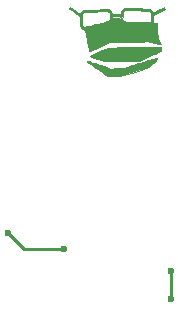
<source format=gbr>
%TF.GenerationSoftware,KiCad,Pcbnew,(5.99.0-9526-g5c17ff0595)*%
%TF.CreationDate,2021-06-06T14:51:33-05:00*%
%TF.ProjectId,BernieMittensNoChair,4265726e-6965-44d6-9974-74656e734e6f,rev?*%
%TF.SameCoordinates,Original*%
%TF.FileFunction,Copper,L1,Top*%
%TF.FilePolarity,Positive*%
%FSLAX46Y46*%
G04 Gerber Fmt 4.6, Leading zero omitted, Abs format (unit mm)*
G04 Created by KiCad (PCBNEW (5.99.0-9526-g5c17ff0595)) date 2021-06-06 14:51:33*
%MOMM*%
%LPD*%
G01*
G04 APERTURE LIST*
%TA.AperFunction,EtchedComponent*%
%ADD10C,0.010000*%
%TD*%
%TA.AperFunction,ViaPad*%
%ADD11C,0.600000*%
%TD*%
%TA.AperFunction,Conductor*%
%ADD12C,0.250000*%
%TD*%
G04 APERTURE END LIST*
D10*
%TO.C,G\u002A\u002A\u002A*%
X148496102Y-74687594D02*
X148547039Y-74720909D01*
X148547039Y-74720909D02*
X148621843Y-74772091D01*
X148621843Y-74772091D02*
X148715356Y-74837588D01*
X148715356Y-74837588D02*
X148822420Y-74913849D01*
X148822420Y-74913849D02*
X148875693Y-74952210D01*
X148875693Y-74952210D02*
X148988028Y-75032978D01*
X148988028Y-75032978D02*
X149089805Y-75105394D01*
X149089805Y-75105394D02*
X149175706Y-75165737D01*
X149175706Y-75165737D02*
X149240414Y-75210285D01*
X149240414Y-75210285D02*
X149278612Y-75235316D01*
X149278612Y-75235316D02*
X149285742Y-75239223D01*
X149285742Y-75239223D02*
X149311220Y-75229789D01*
X149311220Y-75229789D02*
X149326607Y-75195950D01*
X149326607Y-75195950D02*
X149362372Y-75125840D01*
X149362372Y-75125840D02*
X149428486Y-75056549D01*
X149428486Y-75056549D02*
X149513876Y-74997633D01*
X149513876Y-74997633D02*
X149598629Y-74961202D01*
X149598629Y-74961202D02*
X149673302Y-74945493D01*
X149673302Y-74945493D02*
X149787734Y-74931159D01*
X149787734Y-74931159D02*
X149939371Y-74918330D01*
X149939371Y-74918330D02*
X150125658Y-74907139D01*
X150125658Y-74907139D02*
X150344039Y-74897717D01*
X150344039Y-74897717D02*
X150591959Y-74890196D01*
X150591959Y-74890196D02*
X150866863Y-74884708D01*
X150866863Y-74884708D02*
X151143021Y-74881555D01*
X151143021Y-74881555D02*
X151765508Y-74876784D01*
X151765508Y-74876784D02*
X151851690Y-74933595D01*
X151851690Y-74933595D02*
X151918949Y-74993795D01*
X151918949Y-74993795D02*
X151976720Y-75073508D01*
X151976720Y-75073508D02*
X152015864Y-75157779D01*
X152015864Y-75157779D02*
X152027667Y-75221604D01*
X152027667Y-75221604D02*
X152032608Y-75251664D01*
X152032608Y-75251664D02*
X152055600Y-75259039D01*
X152055600Y-75259039D02*
X152096459Y-75251963D01*
X152096459Y-75251963D02*
X152142522Y-75246359D01*
X152142522Y-75246359D02*
X152220950Y-75241672D01*
X152220950Y-75241672D02*
X152321777Y-75238315D01*
X152321777Y-75238315D02*
X152435036Y-75236700D01*
X152435036Y-75236700D02*
X152466879Y-75236617D01*
X152466879Y-75236617D02*
X152768508Y-75236617D01*
X152768508Y-75236617D02*
X152768622Y-75183700D01*
X152768622Y-75183700D02*
X152787884Y-75062246D01*
X152787884Y-75062246D02*
X152840756Y-74951315D01*
X152840756Y-74951315D02*
X152920670Y-74859822D01*
X152920670Y-74859822D02*
X153021057Y-74796682D01*
X153021057Y-74796682D02*
X153065000Y-74781489D01*
X153065000Y-74781489D02*
X153110793Y-74775664D01*
X153110793Y-74775664D02*
X153193307Y-74771865D01*
X153193307Y-74771865D02*
X153306982Y-74769943D01*
X153306982Y-74769943D02*
X153446263Y-74769748D01*
X153446263Y-74769748D02*
X153605592Y-74771131D01*
X153605592Y-74771131D02*
X153779411Y-74773941D01*
X153779411Y-74773941D02*
X153962164Y-74778030D01*
X153962164Y-74778030D02*
X154148291Y-74783248D01*
X154148291Y-74783248D02*
X154332237Y-74789444D01*
X154332237Y-74789444D02*
X154508444Y-74796470D01*
X154508444Y-74796470D02*
X154671354Y-74804176D01*
X154671354Y-74804176D02*
X154815410Y-74812412D01*
X154815410Y-74812412D02*
X154935055Y-74821029D01*
X154935055Y-74821029D02*
X155024730Y-74829877D01*
X155024730Y-74829877D02*
X155061924Y-74835249D01*
X155061924Y-74835249D02*
X155211784Y-74871855D01*
X155211784Y-74871855D02*
X155325662Y-74923459D01*
X155325662Y-74923459D02*
X155408066Y-74992708D01*
X155408066Y-74992708D02*
X155456522Y-75066984D01*
X155456522Y-75066984D02*
X155485196Y-75121693D01*
X155485196Y-75121693D02*
X155507527Y-75156267D01*
X155507527Y-75156267D02*
X155514851Y-75162534D01*
X155514851Y-75162534D02*
X155536091Y-75152813D01*
X155536091Y-75152813D02*
X155589051Y-75125555D01*
X155589051Y-75125555D02*
X155668352Y-75083618D01*
X155668352Y-75083618D02*
X155768618Y-75029858D01*
X155768618Y-75029858D02*
X155884468Y-74967132D01*
X155884468Y-74967132D02*
X155953147Y-74929700D01*
X155953147Y-74929700D02*
X156075920Y-74863127D01*
X156075920Y-74863127D02*
X156186734Y-74803976D01*
X156186734Y-74803976D02*
X156280065Y-74755121D01*
X156280065Y-74755121D02*
X156350385Y-74719435D01*
X156350385Y-74719435D02*
X156392169Y-74699792D01*
X156392169Y-74699792D02*
X156400932Y-74696867D01*
X156400932Y-74696867D02*
X156423408Y-74714136D01*
X156423408Y-74714136D02*
X156450792Y-74756610D01*
X156450792Y-74756610D02*
X156455334Y-74765736D01*
X156455334Y-74765736D02*
X156488176Y-74834605D01*
X156488176Y-74834605D02*
X156006584Y-75098338D01*
X156006584Y-75098338D02*
X155524993Y-75362071D01*
X155524993Y-75362071D02*
X155512181Y-75468677D01*
X155512181Y-75468677D02*
X155506410Y-75538617D01*
X155506410Y-75538617D02*
X155501944Y-75634362D01*
X155501944Y-75634362D02*
X155499466Y-75739390D01*
X155499466Y-75739390D02*
X155499184Y-75781659D01*
X155499184Y-75781659D02*
X155499000Y-75988034D01*
X155499000Y-75988034D02*
X155792740Y-75988034D01*
X155792740Y-75988034D02*
X155803959Y-76077992D01*
X155803959Y-76077992D02*
X155808127Y-76122838D01*
X155808127Y-76122838D02*
X155814154Y-76203384D01*
X155814154Y-76203384D02*
X155821609Y-76313056D01*
X155821609Y-76313056D02*
X155830058Y-76445282D01*
X155830058Y-76445282D02*
X155839069Y-76593490D01*
X155839069Y-76593490D02*
X155848063Y-76748481D01*
X155848063Y-76748481D02*
X155880946Y-77329012D01*
X155880946Y-77329012D02*
X156027595Y-77584564D01*
X156027595Y-77584564D02*
X156087787Y-77693028D01*
X156087787Y-77693028D02*
X156128736Y-77774714D01*
X156128736Y-77774714D02*
X156149112Y-77826730D01*
X156149112Y-77826730D02*
X156147815Y-77846137D01*
X156147815Y-77846137D02*
X156120994Y-77843223D01*
X156120994Y-77843223D02*
X156058432Y-77831998D01*
X156058432Y-77831998D02*
X155965655Y-77813590D01*
X155965655Y-77813590D02*
X155848188Y-77789130D01*
X155848188Y-77789130D02*
X155711558Y-77759749D01*
X155711558Y-77759749D02*
X155561291Y-77726576D01*
X155561291Y-77726576D02*
X155540318Y-77721882D01*
X155540318Y-77721882D02*
X154959250Y-77591606D01*
X154959250Y-77591606D02*
X154578250Y-77595623D01*
X154578250Y-77595623D02*
X154484062Y-77596878D01*
X154484062Y-77596878D02*
X154353015Y-77599011D01*
X154353015Y-77599011D02*
X154190570Y-77601917D01*
X154190570Y-77601917D02*
X154002191Y-77605488D01*
X154002191Y-77605488D02*
X153793340Y-77609617D01*
X153793340Y-77609617D02*
X153569480Y-77614197D01*
X153569480Y-77614197D02*
X153336072Y-77619122D01*
X153336072Y-77619122D02*
X153098579Y-77624283D01*
X153098579Y-77624283D02*
X152979432Y-77626932D01*
X152979432Y-77626932D02*
X151761613Y-77654225D01*
X151761613Y-77654225D02*
X150941055Y-78038213D01*
X150941055Y-78038213D02*
X150767212Y-78119399D01*
X150767212Y-78119399D02*
X150605208Y-78194739D01*
X150605208Y-78194739D02*
X150459061Y-78262387D01*
X150459061Y-78262387D02*
X150332790Y-78320497D01*
X150332790Y-78320497D02*
X150230412Y-78367224D01*
X150230412Y-78367224D02*
X150155948Y-78400723D01*
X150155948Y-78400723D02*
X150113414Y-78419147D01*
X150113414Y-78419147D02*
X150104930Y-78422200D01*
X150104930Y-78422200D02*
X150097658Y-78402137D01*
X150097658Y-78402137D02*
X150083555Y-78344926D01*
X150083555Y-78344926D02*
X150063562Y-78255031D01*
X150063562Y-78255031D02*
X150038616Y-78136920D01*
X150038616Y-78136920D02*
X150009655Y-77995057D01*
X150009655Y-77995057D02*
X149977619Y-77833909D01*
X149977619Y-77833909D02*
X149943447Y-77657941D01*
X149943447Y-77657941D02*
X149934760Y-77612575D01*
X149934760Y-77612575D02*
X149899641Y-77428893D01*
X149899641Y-77428893D02*
X149866274Y-77254804D01*
X149866274Y-77254804D02*
X149835662Y-77095509D01*
X149835662Y-77095509D02*
X149808806Y-76956205D01*
X149808806Y-76956205D02*
X149786710Y-76842093D01*
X149786710Y-76842093D02*
X149770375Y-76758370D01*
X149770375Y-76758370D02*
X149760806Y-76710237D01*
X149760806Y-76710237D02*
X149759999Y-76706331D01*
X149759999Y-76706331D02*
X149742541Y-76643440D01*
X149742541Y-76643440D02*
X149716861Y-76607988D01*
X149716861Y-76607988D02*
X149671958Y-76585173D01*
X149671958Y-76585173D02*
X149669235Y-76584180D01*
X149669235Y-76584180D02*
X149542356Y-76518532D01*
X149542356Y-76518532D02*
X149438352Y-76424798D01*
X149438352Y-76424798D02*
X149368947Y-76317034D01*
X149368947Y-76317034D02*
X149349706Y-76271075D01*
X149349706Y-76271075D02*
X149335224Y-76223994D01*
X149335224Y-76223994D02*
X149324400Y-76167896D01*
X149324400Y-76167896D02*
X149316133Y-76094887D01*
X149316133Y-76094887D02*
X149309321Y-75997074D01*
X149309321Y-75997074D02*
X149302863Y-75866563D01*
X149302863Y-75866563D02*
X149301387Y-75832820D01*
X149301387Y-75832820D02*
X149295656Y-75712027D01*
X149295656Y-75712027D02*
X149289669Y-75606709D01*
X149289669Y-75606709D02*
X149288956Y-75596450D01*
X149288956Y-75596450D02*
X149463007Y-75596450D01*
X149463007Y-75596450D02*
X149466604Y-75785561D01*
X149466604Y-75785561D02*
X149473020Y-75937585D01*
X149473020Y-75937585D02*
X149483228Y-76057726D01*
X149483228Y-76057726D02*
X149498204Y-76151192D01*
X149498204Y-76151192D02*
X149518922Y-76223186D01*
X149518922Y-76223186D02*
X149546357Y-76278916D01*
X149546357Y-76278916D02*
X149581482Y-76323587D01*
X149581482Y-76323587D02*
X149602960Y-76344041D01*
X149602960Y-76344041D02*
X149673336Y-76405832D01*
X149673336Y-76405832D02*
X150009126Y-76312737D01*
X150009126Y-76312737D02*
X150123864Y-76281394D01*
X150123864Y-76281394D02*
X150269648Y-76242290D01*
X150269648Y-76242290D02*
X150436486Y-76198063D01*
X150436486Y-76198063D02*
X150614388Y-76151351D01*
X150614388Y-76151351D02*
X150793363Y-76104793D01*
X150793363Y-76104793D02*
X150927000Y-76070354D01*
X150927000Y-76070354D02*
X151082232Y-76029634D01*
X151082232Y-76029634D02*
X151227981Y-75989692D01*
X151227981Y-75989692D02*
X151358025Y-75952368D01*
X151358025Y-75952368D02*
X151466144Y-75919498D01*
X151466144Y-75919498D02*
X151546114Y-75892922D01*
X151546114Y-75892922D02*
X151591714Y-75874477D01*
X151591714Y-75874477D02*
X151593750Y-75873374D01*
X151593750Y-75873374D02*
X151663538Y-75833260D01*
X151663538Y-75833260D02*
X151744224Y-75785772D01*
X151744224Y-75785772D02*
X151780596Y-75763983D01*
X151780596Y-75763983D02*
X151836929Y-75729967D01*
X151836929Y-75729967D02*
X152910562Y-75729967D01*
X152910562Y-75729967D02*
X152990510Y-75800792D01*
X152990510Y-75800792D02*
X153044225Y-75846382D01*
X153044225Y-75846382D02*
X153089736Y-75881639D01*
X153089736Y-75881639D02*
X153104688Y-75891621D01*
X153104688Y-75891621D02*
X153132451Y-75896398D01*
X153132451Y-75896398D02*
X153197747Y-75901959D01*
X153197747Y-75901959D02*
X153295786Y-75908126D01*
X153295786Y-75908126D02*
X153421778Y-75914719D01*
X153421778Y-75914719D02*
X153570934Y-75921557D01*
X153570934Y-75921557D02*
X153738464Y-75928462D01*
X153738464Y-75928462D02*
X153919577Y-75935254D01*
X153919577Y-75935254D02*
X154109485Y-75941753D01*
X154109485Y-75941753D02*
X154303398Y-75947780D01*
X154303398Y-75947780D02*
X154496526Y-75953156D01*
X154496526Y-75953156D02*
X154684080Y-75957700D01*
X154684080Y-75957700D02*
X154861269Y-75961234D01*
X154861269Y-75961234D02*
X155023303Y-75963577D01*
X155023303Y-75963577D02*
X155024776Y-75963593D01*
X155024776Y-75963593D02*
X155323135Y-75966867D01*
X155323135Y-75966867D02*
X155335720Y-75628476D01*
X155335720Y-75628476D02*
X155339974Y-75454563D01*
X155339974Y-75454563D02*
X155336468Y-75317724D01*
X155336468Y-75317724D02*
X155322461Y-75212998D01*
X155322461Y-75212998D02*
X155295209Y-75135423D01*
X155295209Y-75135423D02*
X155251969Y-75080039D01*
X155251969Y-75080039D02*
X155189999Y-75041885D01*
X155189999Y-75041885D02*
X155106556Y-75015999D01*
X155106556Y-75015999D02*
X154998898Y-74997420D01*
X154998898Y-74997420D02*
X154985866Y-74995663D01*
X154985866Y-74995663D02*
X154921104Y-74989305D01*
X154921104Y-74989305D02*
X154823704Y-74982668D01*
X154823704Y-74982668D02*
X154699266Y-74975915D01*
X154699266Y-74975915D02*
X154553393Y-74969209D01*
X154553393Y-74969209D02*
X154391686Y-74962713D01*
X154391686Y-74962713D02*
X154219746Y-74956589D01*
X154219746Y-74956589D02*
X154043175Y-74950999D01*
X154043175Y-74950999D02*
X153867573Y-74946108D01*
X153867573Y-74946108D02*
X153698544Y-74942076D01*
X153698544Y-74942076D02*
X153541687Y-74939068D01*
X153541687Y-74939068D02*
X153402605Y-74937246D01*
X153402605Y-74937246D02*
X153286899Y-74936771D01*
X153286899Y-74936771D02*
X153200170Y-74937808D01*
X153200170Y-74937808D02*
X153148019Y-74940519D01*
X153148019Y-74940519D02*
X153138489Y-74942008D01*
X153138489Y-74942008D02*
X153041303Y-74981097D01*
X153041303Y-74981097D02*
X152979233Y-75042377D01*
X152979233Y-75042377D02*
X152961487Y-75079831D01*
X152961487Y-75079831D02*
X152952393Y-75123802D01*
X152952393Y-75123802D02*
X152942848Y-75200163D01*
X152942848Y-75200163D02*
X152933863Y-75298994D01*
X152933863Y-75298994D02*
X152926452Y-75410376D01*
X152926452Y-75410376D02*
X152925101Y-75436234D01*
X152925101Y-75436234D02*
X152910562Y-75729967D01*
X152910562Y-75729967D02*
X151836929Y-75729967D01*
X151836929Y-75729967D02*
X151882775Y-75702284D01*
X151882775Y-75702284D02*
X151871357Y-75464660D01*
X151871357Y-75464660D02*
X151869698Y-75441208D01*
X151869698Y-75441208D02*
X152048834Y-75441208D01*
X152048834Y-75441208D02*
X152048834Y-75625245D01*
X152048834Y-75625245D02*
X152117485Y-75605556D01*
X152117485Y-75605556D02*
X152230390Y-75589174D01*
X152230390Y-75589174D02*
X152371988Y-75594956D01*
X152371988Y-75594956D02*
X152535129Y-75622542D01*
X152535129Y-75622542D02*
X152556834Y-75627542D01*
X152556834Y-75627542D02*
X152634663Y-75645825D01*
X152634663Y-75645825D02*
X152696232Y-75659988D01*
X152696232Y-75659988D02*
X152730153Y-75667417D01*
X152730153Y-75667417D02*
X152732515Y-75667849D01*
X152732515Y-75667849D02*
X152740609Y-75650253D01*
X152740609Y-75650253D02*
X152744164Y-75601921D01*
X152744164Y-75601921D02*
X152743098Y-75549693D01*
X152743098Y-75549693D02*
X152737505Y-75480072D01*
X152737505Y-75480072D02*
X152726718Y-75441314D01*
X152726718Y-75441314D02*
X152705719Y-75421948D01*
X152705719Y-75421948D02*
X152683834Y-75414220D01*
X152683834Y-75414220D02*
X152621758Y-75404494D01*
X152621758Y-75404494D02*
X152530979Y-75399176D01*
X152530979Y-75399176D02*
X152424885Y-75398160D01*
X152424885Y-75398160D02*
X152316865Y-75401345D01*
X152316865Y-75401345D02*
X152220307Y-75408628D01*
X152220307Y-75408628D02*
X152155709Y-75418287D01*
X152155709Y-75418287D02*
X152048834Y-75441208D01*
X152048834Y-75441208D02*
X151869698Y-75441208D01*
X151869698Y-75441208D02*
X151861831Y-75330065D01*
X151861831Y-75330065D02*
X151846373Y-75230540D01*
X151846373Y-75230540D02*
X151822389Y-75158954D01*
X151822389Y-75158954D02*
X151787285Y-75108174D01*
X151787285Y-75108174D02*
X151738469Y-75071070D01*
X151738469Y-75071070D02*
X151725684Y-75064061D01*
X151725684Y-75064061D02*
X151706415Y-75055367D01*
X151706415Y-75055367D02*
X151682712Y-75048453D01*
X151682712Y-75048453D02*
X151650518Y-75043280D01*
X151650518Y-75043280D02*
X151605777Y-75039810D01*
X151605777Y-75039810D02*
X151544434Y-75038005D01*
X151544434Y-75038005D02*
X151462433Y-75037824D01*
X151462433Y-75037824D02*
X151355717Y-75039230D01*
X151355717Y-75039230D02*
X151220232Y-75042183D01*
X151220232Y-75042183D02*
X151051921Y-75046645D01*
X151051921Y-75046645D02*
X150846728Y-75052578D01*
X150846728Y-75052578D02*
X150768250Y-75054911D01*
X150768250Y-75054911D02*
X150573452Y-75061149D01*
X150573452Y-75061149D02*
X150387817Y-75067898D01*
X150387817Y-75067898D02*
X150216508Y-75074913D01*
X150216508Y-75074913D02*
X150064689Y-75081947D01*
X150064689Y-75081947D02*
X149937524Y-75088755D01*
X149937524Y-75088755D02*
X149840177Y-75095090D01*
X149840177Y-75095090D02*
X149777811Y-75100706D01*
X149777811Y-75100706D02*
X149763261Y-75102796D01*
X149763261Y-75102796D02*
X149659404Y-75126211D01*
X149659404Y-75126211D02*
X149581944Y-75156904D01*
X149581944Y-75156904D02*
X149527250Y-75200846D01*
X149527250Y-75200846D02*
X149491687Y-75264010D01*
X149491687Y-75264010D02*
X149471625Y-75352368D01*
X149471625Y-75352368D02*
X149463430Y-75471891D01*
X149463430Y-75471891D02*
X149463007Y-75596450D01*
X149463007Y-75596450D02*
X149288956Y-75596450D01*
X149288956Y-75596450D02*
X149283901Y-75523821D01*
X149283901Y-75523821D02*
X149278828Y-75470315D01*
X149278828Y-75470315D02*
X149275388Y-75453105D01*
X149275388Y-75453105D02*
X149256152Y-75439071D01*
X149256152Y-75439071D02*
X149207197Y-75403768D01*
X149207197Y-75403768D02*
X149133222Y-75350574D01*
X149133222Y-75350574D02*
X149038928Y-75282864D01*
X149038928Y-75282864D02*
X148929014Y-75204017D01*
X148929014Y-75204017D02*
X148826209Y-75130326D01*
X148826209Y-75130326D02*
X148707101Y-75044312D01*
X148707101Y-75044312D02*
X148600262Y-74965874D01*
X148600262Y-74965874D02*
X148510279Y-74898488D01*
X148510279Y-74898488D02*
X148441741Y-74845625D01*
X148441741Y-74845625D02*
X148399235Y-74810760D01*
X148399235Y-74810760D02*
X148387000Y-74797829D01*
X148387000Y-74797829D02*
X148398558Y-74765043D01*
X148398558Y-74765043D02*
X148425278Y-74722697D01*
X148425278Y-74722697D02*
X148455227Y-74687505D01*
X148455227Y-74687505D02*
X148474191Y-74675700D01*
X148474191Y-74675700D02*
X148496102Y-74687594D01*
X148496102Y-74687594D02*
X148496102Y-74687594D01*
G36*
X149278828Y-75470315D02*
G01*
X149275388Y-75453105D01*
X149256152Y-75439071D01*
X149207197Y-75403768D01*
X149133222Y-75350574D01*
X149038928Y-75282864D01*
X148929014Y-75204017D01*
X148826209Y-75130326D01*
X148707101Y-75044312D01*
X148600262Y-74965874D01*
X148510279Y-74898488D01*
X148441741Y-74845625D01*
X148399235Y-74810760D01*
X148387000Y-74797829D01*
X148398558Y-74765043D01*
X148425278Y-74722697D01*
X148455227Y-74687505D01*
X148474191Y-74675700D01*
X148496102Y-74687594D01*
X148547039Y-74720909D01*
X148621843Y-74772091D01*
X148715356Y-74837588D01*
X148822420Y-74913849D01*
X148875693Y-74952210D01*
X148988028Y-75032978D01*
X149089805Y-75105394D01*
X149175706Y-75165737D01*
X149240414Y-75210285D01*
X149278612Y-75235316D01*
X149285742Y-75239223D01*
X149311220Y-75229789D01*
X149326607Y-75195950D01*
X149362372Y-75125840D01*
X149428486Y-75056549D01*
X149513876Y-74997633D01*
X149598629Y-74961202D01*
X149673302Y-74945493D01*
X149787734Y-74931159D01*
X149939371Y-74918330D01*
X150125658Y-74907139D01*
X150344039Y-74897717D01*
X150591959Y-74890196D01*
X150866863Y-74884708D01*
X151143021Y-74881555D01*
X151765508Y-74876784D01*
X151851690Y-74933595D01*
X151918949Y-74993795D01*
X151976720Y-75073508D01*
X152015864Y-75157779D01*
X152027667Y-75221604D01*
X152032608Y-75251664D01*
X152055600Y-75259039D01*
X152096459Y-75251963D01*
X152142522Y-75246359D01*
X152220950Y-75241672D01*
X152321777Y-75238315D01*
X152435036Y-75236700D01*
X152466879Y-75236617D01*
X152768508Y-75236617D01*
X152768622Y-75183700D01*
X152787884Y-75062246D01*
X152840756Y-74951315D01*
X152920670Y-74859822D01*
X153021057Y-74796682D01*
X153065000Y-74781489D01*
X153110793Y-74775664D01*
X153193307Y-74771865D01*
X153306982Y-74769943D01*
X153446263Y-74769748D01*
X153605592Y-74771131D01*
X153779411Y-74773941D01*
X153962164Y-74778030D01*
X154148291Y-74783248D01*
X154332237Y-74789444D01*
X154508444Y-74796470D01*
X154671354Y-74804176D01*
X154815410Y-74812412D01*
X154935055Y-74821029D01*
X155024730Y-74829877D01*
X155061924Y-74835249D01*
X155211784Y-74871855D01*
X155325662Y-74923459D01*
X155408066Y-74992708D01*
X155456522Y-75066984D01*
X155485196Y-75121693D01*
X155507527Y-75156267D01*
X155514851Y-75162534D01*
X155536091Y-75152813D01*
X155589051Y-75125555D01*
X155668352Y-75083618D01*
X155768618Y-75029858D01*
X155884468Y-74967132D01*
X155953147Y-74929700D01*
X156075920Y-74863127D01*
X156186734Y-74803976D01*
X156280065Y-74755121D01*
X156350385Y-74719435D01*
X156392169Y-74699792D01*
X156400932Y-74696867D01*
X156423408Y-74714136D01*
X156450792Y-74756610D01*
X156455334Y-74765736D01*
X156488176Y-74834605D01*
X156006584Y-75098338D01*
X155524993Y-75362071D01*
X155512181Y-75468677D01*
X155506410Y-75538617D01*
X155501944Y-75634362D01*
X155499466Y-75739390D01*
X155499184Y-75781659D01*
X155499000Y-75988034D01*
X155792740Y-75988034D01*
X155803959Y-76077992D01*
X155808127Y-76122838D01*
X155814154Y-76203384D01*
X155821609Y-76313056D01*
X155830058Y-76445282D01*
X155839069Y-76593490D01*
X155848063Y-76748481D01*
X155880946Y-77329012D01*
X156027595Y-77584564D01*
X156087787Y-77693028D01*
X156128736Y-77774714D01*
X156149112Y-77826730D01*
X156147815Y-77846137D01*
X156120994Y-77843223D01*
X156058432Y-77831998D01*
X155965655Y-77813590D01*
X155848188Y-77789130D01*
X155711558Y-77759749D01*
X155561291Y-77726576D01*
X155540318Y-77721882D01*
X154959250Y-77591606D01*
X154578250Y-77595623D01*
X154484062Y-77596878D01*
X154353015Y-77599011D01*
X154190570Y-77601917D01*
X154002191Y-77605488D01*
X153793340Y-77609617D01*
X153569480Y-77614197D01*
X153336072Y-77619122D01*
X153098579Y-77624283D01*
X152979432Y-77626932D01*
X151761613Y-77654225D01*
X150941055Y-78038213D01*
X150767212Y-78119399D01*
X150605208Y-78194739D01*
X150459061Y-78262387D01*
X150332790Y-78320497D01*
X150230412Y-78367224D01*
X150155948Y-78400723D01*
X150113414Y-78419147D01*
X150104930Y-78422200D01*
X150097658Y-78402137D01*
X150083555Y-78344926D01*
X150063562Y-78255031D01*
X150038616Y-78136920D01*
X150009655Y-77995057D01*
X149977619Y-77833909D01*
X149943447Y-77657941D01*
X149934760Y-77612575D01*
X149899641Y-77428893D01*
X149866274Y-77254804D01*
X149835662Y-77095509D01*
X149808806Y-76956205D01*
X149786710Y-76842093D01*
X149770375Y-76758370D01*
X149760806Y-76710237D01*
X149759999Y-76706331D01*
X149742541Y-76643440D01*
X149716861Y-76607988D01*
X149671958Y-76585173D01*
X149669235Y-76584180D01*
X149542356Y-76518532D01*
X149438352Y-76424798D01*
X149368947Y-76317034D01*
X149349706Y-76271075D01*
X149335224Y-76223994D01*
X149324400Y-76167896D01*
X149316133Y-76094887D01*
X149309321Y-75997074D01*
X149302863Y-75866563D01*
X149301387Y-75832820D01*
X149295656Y-75712027D01*
X149289669Y-75606709D01*
X149288956Y-75596450D01*
X149463007Y-75596450D01*
X149466604Y-75785561D01*
X149473020Y-75937585D01*
X149483228Y-76057726D01*
X149498204Y-76151192D01*
X149518922Y-76223186D01*
X149546357Y-76278916D01*
X149581482Y-76323587D01*
X149602960Y-76344041D01*
X149673336Y-76405832D01*
X150009126Y-76312737D01*
X150123864Y-76281394D01*
X150269648Y-76242290D01*
X150436486Y-76198063D01*
X150614388Y-76151351D01*
X150793363Y-76104793D01*
X150927000Y-76070354D01*
X151082232Y-76029634D01*
X151227981Y-75989692D01*
X151358025Y-75952368D01*
X151466144Y-75919498D01*
X151546114Y-75892922D01*
X151591714Y-75874477D01*
X151593750Y-75873374D01*
X151663538Y-75833260D01*
X151744224Y-75785772D01*
X151780596Y-75763983D01*
X151836929Y-75729967D01*
X152910562Y-75729967D01*
X152990510Y-75800792D01*
X153044225Y-75846382D01*
X153089736Y-75881639D01*
X153104688Y-75891621D01*
X153132451Y-75896398D01*
X153197747Y-75901959D01*
X153295786Y-75908126D01*
X153421778Y-75914719D01*
X153570934Y-75921557D01*
X153738464Y-75928462D01*
X153919577Y-75935254D01*
X154109485Y-75941753D01*
X154303398Y-75947780D01*
X154496526Y-75953156D01*
X154684080Y-75957700D01*
X154861269Y-75961234D01*
X155023303Y-75963577D01*
X155024776Y-75963593D01*
X155323135Y-75966867D01*
X155335720Y-75628476D01*
X155339974Y-75454563D01*
X155336468Y-75317724D01*
X155322461Y-75212998D01*
X155295209Y-75135423D01*
X155251969Y-75080039D01*
X155189999Y-75041885D01*
X155106556Y-75015999D01*
X154998898Y-74997420D01*
X154985866Y-74995663D01*
X154921104Y-74989305D01*
X154823704Y-74982668D01*
X154699266Y-74975915D01*
X154553393Y-74969209D01*
X154391686Y-74962713D01*
X154219746Y-74956589D01*
X154043175Y-74950999D01*
X153867573Y-74946108D01*
X153698544Y-74942076D01*
X153541687Y-74939068D01*
X153402605Y-74937246D01*
X153286899Y-74936771D01*
X153200170Y-74937808D01*
X153148019Y-74940519D01*
X153138489Y-74942008D01*
X153041303Y-74981097D01*
X152979233Y-75042377D01*
X152961487Y-75079831D01*
X152952393Y-75123802D01*
X152942848Y-75200163D01*
X152933863Y-75298994D01*
X152926452Y-75410376D01*
X152925101Y-75436234D01*
X152910562Y-75729967D01*
X151836929Y-75729967D01*
X151882775Y-75702284D01*
X151871357Y-75464660D01*
X151869698Y-75441208D01*
X152048834Y-75441208D01*
X152048834Y-75625245D01*
X152117485Y-75605556D01*
X152230390Y-75589174D01*
X152371988Y-75594956D01*
X152535129Y-75622542D01*
X152556834Y-75627542D01*
X152634663Y-75645825D01*
X152696232Y-75659988D01*
X152730153Y-75667417D01*
X152732515Y-75667849D01*
X152740609Y-75650253D01*
X152744164Y-75601921D01*
X152743098Y-75549693D01*
X152737505Y-75480072D01*
X152726718Y-75441314D01*
X152705719Y-75421948D01*
X152683834Y-75414220D01*
X152621758Y-75404494D01*
X152530979Y-75399176D01*
X152424885Y-75398160D01*
X152316865Y-75401345D01*
X152220307Y-75408628D01*
X152155709Y-75418287D01*
X152048834Y-75441208D01*
X151869698Y-75441208D01*
X151861831Y-75330065D01*
X151846373Y-75230540D01*
X151822389Y-75158954D01*
X151787285Y-75108174D01*
X151738469Y-75071070D01*
X151725684Y-75064061D01*
X151706415Y-75055367D01*
X151682712Y-75048453D01*
X151650518Y-75043280D01*
X151605777Y-75039810D01*
X151544434Y-75038005D01*
X151462433Y-75037824D01*
X151355717Y-75039230D01*
X151220232Y-75042183D01*
X151051921Y-75046645D01*
X150846728Y-75052578D01*
X150768250Y-75054911D01*
X150573452Y-75061149D01*
X150387817Y-75067898D01*
X150216508Y-75074913D01*
X150064689Y-75081947D01*
X149937524Y-75088755D01*
X149840177Y-75095090D01*
X149777811Y-75100706D01*
X149763261Y-75102796D01*
X149659404Y-75126211D01*
X149581944Y-75156904D01*
X149527250Y-75200846D01*
X149491687Y-75264010D01*
X149471625Y-75352368D01*
X149463430Y-75471891D01*
X149463007Y-75596450D01*
X149288956Y-75596450D01*
X149283901Y-75523821D01*
X149278828Y-75470315D01*
G37*
X149278828Y-75470315D02*
X149275388Y-75453105D01*
X149256152Y-75439071D01*
X149207197Y-75403768D01*
X149133222Y-75350574D01*
X149038928Y-75282864D01*
X148929014Y-75204017D01*
X148826209Y-75130326D01*
X148707101Y-75044312D01*
X148600262Y-74965874D01*
X148510279Y-74898488D01*
X148441741Y-74845625D01*
X148399235Y-74810760D01*
X148387000Y-74797829D01*
X148398558Y-74765043D01*
X148425278Y-74722697D01*
X148455227Y-74687505D01*
X148474191Y-74675700D01*
X148496102Y-74687594D01*
X148547039Y-74720909D01*
X148621843Y-74772091D01*
X148715356Y-74837588D01*
X148822420Y-74913849D01*
X148875693Y-74952210D01*
X148988028Y-75032978D01*
X149089805Y-75105394D01*
X149175706Y-75165737D01*
X149240414Y-75210285D01*
X149278612Y-75235316D01*
X149285742Y-75239223D01*
X149311220Y-75229789D01*
X149326607Y-75195950D01*
X149362372Y-75125840D01*
X149428486Y-75056549D01*
X149513876Y-74997633D01*
X149598629Y-74961202D01*
X149673302Y-74945493D01*
X149787734Y-74931159D01*
X149939371Y-74918330D01*
X150125658Y-74907139D01*
X150344039Y-74897717D01*
X150591959Y-74890196D01*
X150866863Y-74884708D01*
X151143021Y-74881555D01*
X151765508Y-74876784D01*
X151851690Y-74933595D01*
X151918949Y-74993795D01*
X151976720Y-75073508D01*
X152015864Y-75157779D01*
X152027667Y-75221604D01*
X152032608Y-75251664D01*
X152055600Y-75259039D01*
X152096459Y-75251963D01*
X152142522Y-75246359D01*
X152220950Y-75241672D01*
X152321777Y-75238315D01*
X152435036Y-75236700D01*
X152466879Y-75236617D01*
X152768508Y-75236617D01*
X152768622Y-75183700D01*
X152787884Y-75062246D01*
X152840756Y-74951315D01*
X152920670Y-74859822D01*
X153021057Y-74796682D01*
X153065000Y-74781489D01*
X153110793Y-74775664D01*
X153193307Y-74771865D01*
X153306982Y-74769943D01*
X153446263Y-74769748D01*
X153605592Y-74771131D01*
X153779411Y-74773941D01*
X153962164Y-74778030D01*
X154148291Y-74783248D01*
X154332237Y-74789444D01*
X154508444Y-74796470D01*
X154671354Y-74804176D01*
X154815410Y-74812412D01*
X154935055Y-74821029D01*
X155024730Y-74829877D01*
X155061924Y-74835249D01*
X155211784Y-74871855D01*
X155325662Y-74923459D01*
X155408066Y-74992708D01*
X155456522Y-75066984D01*
X155485196Y-75121693D01*
X155507527Y-75156267D01*
X155514851Y-75162534D01*
X155536091Y-75152813D01*
X155589051Y-75125555D01*
X155668352Y-75083618D01*
X155768618Y-75029858D01*
X155884468Y-74967132D01*
X155953147Y-74929700D01*
X156075920Y-74863127D01*
X156186734Y-74803976D01*
X156280065Y-74755121D01*
X156350385Y-74719435D01*
X156392169Y-74699792D01*
X156400932Y-74696867D01*
X156423408Y-74714136D01*
X156450792Y-74756610D01*
X156455334Y-74765736D01*
X156488176Y-74834605D01*
X156006584Y-75098338D01*
X155524993Y-75362071D01*
X155512181Y-75468677D01*
X155506410Y-75538617D01*
X155501944Y-75634362D01*
X155499466Y-75739390D01*
X155499184Y-75781659D01*
X155499000Y-75988034D01*
X155792740Y-75988034D01*
X155803959Y-76077992D01*
X155808127Y-76122838D01*
X155814154Y-76203384D01*
X155821609Y-76313056D01*
X155830058Y-76445282D01*
X155839069Y-76593490D01*
X155848063Y-76748481D01*
X155880946Y-77329012D01*
X156027595Y-77584564D01*
X156087787Y-77693028D01*
X156128736Y-77774714D01*
X156149112Y-77826730D01*
X156147815Y-77846137D01*
X156120994Y-77843223D01*
X156058432Y-77831998D01*
X155965655Y-77813590D01*
X155848188Y-77789130D01*
X155711558Y-77759749D01*
X155561291Y-77726576D01*
X155540318Y-77721882D01*
X154959250Y-77591606D01*
X154578250Y-77595623D01*
X154484062Y-77596878D01*
X154353015Y-77599011D01*
X154190570Y-77601917D01*
X154002191Y-77605488D01*
X153793340Y-77609617D01*
X153569480Y-77614197D01*
X153336072Y-77619122D01*
X153098579Y-77624283D01*
X152979432Y-77626932D01*
X151761613Y-77654225D01*
X150941055Y-78038213D01*
X150767212Y-78119399D01*
X150605208Y-78194739D01*
X150459061Y-78262387D01*
X150332790Y-78320497D01*
X150230412Y-78367224D01*
X150155948Y-78400723D01*
X150113414Y-78419147D01*
X150104930Y-78422200D01*
X150097658Y-78402137D01*
X150083555Y-78344926D01*
X150063562Y-78255031D01*
X150038616Y-78136920D01*
X150009655Y-77995057D01*
X149977619Y-77833909D01*
X149943447Y-77657941D01*
X149934760Y-77612575D01*
X149899641Y-77428893D01*
X149866274Y-77254804D01*
X149835662Y-77095509D01*
X149808806Y-76956205D01*
X149786710Y-76842093D01*
X149770375Y-76758370D01*
X149760806Y-76710237D01*
X149759999Y-76706331D01*
X149742541Y-76643440D01*
X149716861Y-76607988D01*
X149671958Y-76585173D01*
X149669235Y-76584180D01*
X149542356Y-76518532D01*
X149438352Y-76424798D01*
X149368947Y-76317034D01*
X149349706Y-76271075D01*
X149335224Y-76223994D01*
X149324400Y-76167896D01*
X149316133Y-76094887D01*
X149309321Y-75997074D01*
X149302863Y-75866563D01*
X149301387Y-75832820D01*
X149295656Y-75712027D01*
X149289669Y-75606709D01*
X149288956Y-75596450D01*
X149463007Y-75596450D01*
X149466604Y-75785561D01*
X149473020Y-75937585D01*
X149483228Y-76057726D01*
X149498204Y-76151192D01*
X149518922Y-76223186D01*
X149546357Y-76278916D01*
X149581482Y-76323587D01*
X149602960Y-76344041D01*
X149673336Y-76405832D01*
X150009126Y-76312737D01*
X150123864Y-76281394D01*
X150269648Y-76242290D01*
X150436486Y-76198063D01*
X150614388Y-76151351D01*
X150793363Y-76104793D01*
X150927000Y-76070354D01*
X151082232Y-76029634D01*
X151227981Y-75989692D01*
X151358025Y-75952368D01*
X151466144Y-75919498D01*
X151546114Y-75892922D01*
X151591714Y-75874477D01*
X151593750Y-75873374D01*
X151663538Y-75833260D01*
X151744224Y-75785772D01*
X151780596Y-75763983D01*
X151836929Y-75729967D01*
X152910562Y-75729967D01*
X152990510Y-75800792D01*
X153044225Y-75846382D01*
X153089736Y-75881639D01*
X153104688Y-75891621D01*
X153132451Y-75896398D01*
X153197747Y-75901959D01*
X153295786Y-75908126D01*
X153421778Y-75914719D01*
X153570934Y-75921557D01*
X153738464Y-75928462D01*
X153919577Y-75935254D01*
X154109485Y-75941753D01*
X154303398Y-75947780D01*
X154496526Y-75953156D01*
X154684080Y-75957700D01*
X154861269Y-75961234D01*
X155023303Y-75963577D01*
X155024776Y-75963593D01*
X155323135Y-75966867D01*
X155335720Y-75628476D01*
X155339974Y-75454563D01*
X155336468Y-75317724D01*
X155322461Y-75212998D01*
X155295209Y-75135423D01*
X155251969Y-75080039D01*
X155189999Y-75041885D01*
X155106556Y-75015999D01*
X154998898Y-74997420D01*
X154985866Y-74995663D01*
X154921104Y-74989305D01*
X154823704Y-74982668D01*
X154699266Y-74975915D01*
X154553393Y-74969209D01*
X154391686Y-74962713D01*
X154219746Y-74956589D01*
X154043175Y-74950999D01*
X153867573Y-74946108D01*
X153698544Y-74942076D01*
X153541687Y-74939068D01*
X153402605Y-74937246D01*
X153286899Y-74936771D01*
X153200170Y-74937808D01*
X153148019Y-74940519D01*
X153138489Y-74942008D01*
X153041303Y-74981097D01*
X152979233Y-75042377D01*
X152961487Y-75079831D01*
X152952393Y-75123802D01*
X152942848Y-75200163D01*
X152933863Y-75298994D01*
X152926452Y-75410376D01*
X152925101Y-75436234D01*
X152910562Y-75729967D01*
X151836929Y-75729967D01*
X151882775Y-75702284D01*
X151871357Y-75464660D01*
X151869698Y-75441208D01*
X152048834Y-75441208D01*
X152048834Y-75625245D01*
X152117485Y-75605556D01*
X152230390Y-75589174D01*
X152371988Y-75594956D01*
X152535129Y-75622542D01*
X152556834Y-75627542D01*
X152634663Y-75645825D01*
X152696232Y-75659988D01*
X152730153Y-75667417D01*
X152732515Y-75667849D01*
X152740609Y-75650253D01*
X152744164Y-75601921D01*
X152743098Y-75549693D01*
X152737505Y-75480072D01*
X152726718Y-75441314D01*
X152705719Y-75421948D01*
X152683834Y-75414220D01*
X152621758Y-75404494D01*
X152530979Y-75399176D01*
X152424885Y-75398160D01*
X152316865Y-75401345D01*
X152220307Y-75408628D01*
X152155709Y-75418287D01*
X152048834Y-75441208D01*
X151869698Y-75441208D01*
X151861831Y-75330065D01*
X151846373Y-75230540D01*
X151822389Y-75158954D01*
X151787285Y-75108174D01*
X151738469Y-75071070D01*
X151725684Y-75064061D01*
X151706415Y-75055367D01*
X151682712Y-75048453D01*
X151650518Y-75043280D01*
X151605777Y-75039810D01*
X151544434Y-75038005D01*
X151462433Y-75037824D01*
X151355717Y-75039230D01*
X151220232Y-75042183D01*
X151051921Y-75046645D01*
X150846728Y-75052578D01*
X150768250Y-75054911D01*
X150573452Y-75061149D01*
X150387817Y-75067898D01*
X150216508Y-75074913D01*
X150064689Y-75081947D01*
X149937524Y-75088755D01*
X149840177Y-75095090D01*
X149777811Y-75100706D01*
X149763261Y-75102796D01*
X149659404Y-75126211D01*
X149581944Y-75156904D01*
X149527250Y-75200846D01*
X149491687Y-75264010D01*
X149471625Y-75352368D01*
X149463430Y-75471891D01*
X149463007Y-75596450D01*
X149288956Y-75596450D01*
X149283901Y-75523821D01*
X149278828Y-75470315D01*
X155804883Y-78978145D02*
X155830214Y-79007838D01*
X155830214Y-79007838D02*
X155838995Y-79023686D01*
X155838995Y-79023686D02*
X155840576Y-79040975D01*
X155840576Y-79040975D02*
X155831738Y-79063785D01*
X155831738Y-79063785D02*
X155809263Y-79096198D01*
X155809263Y-79096198D02*
X155769933Y-79142293D01*
X155769933Y-79142293D02*
X155710530Y-79206150D01*
X155710530Y-79206150D02*
X155627836Y-79291850D01*
X155627836Y-79291850D02*
X155518633Y-79403473D01*
X155518633Y-79403473D02*
X155516304Y-79405848D01*
X155516304Y-79405848D02*
X155170917Y-79757969D01*
X155170917Y-79757969D02*
X153944986Y-80137834D01*
X153944986Y-80137834D02*
X152719054Y-80517700D01*
X152719054Y-80517700D02*
X151636084Y-80514726D01*
X151636084Y-80514726D02*
X150810584Y-79943608D01*
X150810584Y-79943608D02*
X150642401Y-79827440D01*
X150642401Y-79827440D02*
X150483280Y-79717892D01*
X150483280Y-79717892D02*
X150336926Y-79617488D01*
X150336926Y-79617488D02*
X150207040Y-79528753D01*
X150207040Y-79528753D02*
X150097325Y-79454210D01*
X150097325Y-79454210D02*
X150011486Y-79396383D01*
X150011486Y-79396383D02*
X149953224Y-79357796D01*
X149953224Y-79357796D02*
X149926875Y-79341302D01*
X149926875Y-79341302D02*
X149884948Y-79304675D01*
X149884948Y-79304675D02*
X149868962Y-79261466D01*
X149868962Y-79261466D02*
X149881699Y-79224924D01*
X149881699Y-79224924D02*
X149899983Y-79213188D01*
X149899983Y-79213188D02*
X149936633Y-79214637D01*
X149936633Y-79214637D02*
X149993290Y-79232144D01*
X149993290Y-79232144D02*
X150021691Y-79244531D01*
X150021691Y-79244531D02*
X150097090Y-79276941D01*
X150097090Y-79276941D02*
X150211607Y-79320732D01*
X150211607Y-79320732D02*
X150363736Y-79375385D01*
X150363736Y-79375385D02*
X150551968Y-79440378D01*
X150551968Y-79440378D02*
X150774798Y-79515192D01*
X150774798Y-79515192D02*
X151030718Y-79599306D01*
X151030718Y-79599306D02*
X151314198Y-79690910D01*
X151314198Y-79690910D02*
X151923646Y-79886405D01*
X151923646Y-79886405D02*
X152465095Y-79842534D01*
X152465095Y-79842534D02*
X153006543Y-79798663D01*
X153006543Y-79798663D02*
X153517230Y-79659378D01*
X153517230Y-79659378D02*
X153654490Y-79620928D01*
X153654490Y-79620928D02*
X153823964Y-79571818D01*
X153823964Y-79571818D02*
X154017608Y-79514470D01*
X154017608Y-79514470D02*
X154227376Y-79451311D01*
X154227376Y-79451311D02*
X154445223Y-79384764D01*
X154445223Y-79384764D02*
X154663103Y-79317255D01*
X154663103Y-79317255D02*
X154872972Y-79251206D01*
X154872972Y-79251206D02*
X154895750Y-79243966D01*
X154895750Y-79243966D02*
X155079244Y-79185642D01*
X155079244Y-79185642D02*
X155250329Y-79131377D01*
X155250329Y-79131377D02*
X155404775Y-79082504D01*
X155404775Y-79082504D02*
X155538356Y-79040356D01*
X155538356Y-79040356D02*
X155646844Y-79006265D01*
X155646844Y-79006265D02*
X155726012Y-78981564D01*
X155726012Y-78981564D02*
X155771631Y-78967584D01*
X155771631Y-78967584D02*
X155781161Y-78964894D01*
X155781161Y-78964894D02*
X155804883Y-78978145D01*
X155804883Y-78978145D02*
X155804883Y-78978145D01*
G36*
X155804883Y-78978145D02*
G01*
X155830214Y-79007838D01*
X155838995Y-79023686D01*
X155840576Y-79040975D01*
X155831738Y-79063785D01*
X155809263Y-79096198D01*
X155769933Y-79142293D01*
X155710530Y-79206150D01*
X155627836Y-79291850D01*
X155518633Y-79403473D01*
X155516304Y-79405848D01*
X155170917Y-79757969D01*
X153944986Y-80137834D01*
X152719054Y-80517700D01*
X151636084Y-80514726D01*
X150810584Y-79943608D01*
X150642401Y-79827440D01*
X150483280Y-79717892D01*
X150336926Y-79617488D01*
X150207040Y-79528753D01*
X150097325Y-79454210D01*
X150011486Y-79396383D01*
X149953224Y-79357796D01*
X149926875Y-79341302D01*
X149884948Y-79304675D01*
X149868962Y-79261466D01*
X149881699Y-79224924D01*
X149899983Y-79213188D01*
X149936633Y-79214637D01*
X149993290Y-79232144D01*
X150021691Y-79244531D01*
X150097090Y-79276941D01*
X150211607Y-79320732D01*
X150363736Y-79375385D01*
X150551968Y-79440378D01*
X150774798Y-79515192D01*
X151030718Y-79599306D01*
X151314198Y-79690910D01*
X151923646Y-79886405D01*
X152465095Y-79842534D01*
X153006543Y-79798663D01*
X153517230Y-79659378D01*
X153654490Y-79620928D01*
X153823964Y-79571818D01*
X154017608Y-79514470D01*
X154227376Y-79451311D01*
X154445223Y-79384764D01*
X154663103Y-79317255D01*
X154872972Y-79251206D01*
X154895750Y-79243966D01*
X155079244Y-79185642D01*
X155250329Y-79131377D01*
X155404775Y-79082504D01*
X155538356Y-79040356D01*
X155646844Y-79006265D01*
X155726012Y-78981564D01*
X155771631Y-78967584D01*
X155781161Y-78964894D01*
X155804883Y-78978145D01*
G37*
X155804883Y-78978145D02*
X155830214Y-79007838D01*
X155838995Y-79023686D01*
X155840576Y-79040975D01*
X155831738Y-79063785D01*
X155809263Y-79096198D01*
X155769933Y-79142293D01*
X155710530Y-79206150D01*
X155627836Y-79291850D01*
X155518633Y-79403473D01*
X155516304Y-79405848D01*
X155170917Y-79757969D01*
X153944986Y-80137834D01*
X152719054Y-80517700D01*
X151636084Y-80514726D01*
X150810584Y-79943608D01*
X150642401Y-79827440D01*
X150483280Y-79717892D01*
X150336926Y-79617488D01*
X150207040Y-79528753D01*
X150097325Y-79454210D01*
X150011486Y-79396383D01*
X149953224Y-79357796D01*
X149926875Y-79341302D01*
X149884948Y-79304675D01*
X149868962Y-79261466D01*
X149881699Y-79224924D01*
X149899983Y-79213188D01*
X149936633Y-79214637D01*
X149993290Y-79232144D01*
X150021691Y-79244531D01*
X150097090Y-79276941D01*
X150211607Y-79320732D01*
X150363736Y-79375385D01*
X150551968Y-79440378D01*
X150774798Y-79515192D01*
X151030718Y-79599306D01*
X151314198Y-79690910D01*
X151923646Y-79886405D01*
X152465095Y-79842534D01*
X153006543Y-79798663D01*
X153517230Y-79659378D01*
X153654490Y-79620928D01*
X153823964Y-79571818D01*
X154017608Y-79514470D01*
X154227376Y-79451311D01*
X154445223Y-79384764D01*
X154663103Y-79317255D01*
X154872972Y-79251206D01*
X154895750Y-79243966D01*
X155079244Y-79185642D01*
X155250329Y-79131377D01*
X155404775Y-79082504D01*
X155538356Y-79040356D01*
X155646844Y-79006265D01*
X155726012Y-78981564D01*
X155771631Y-78967584D01*
X155781161Y-78964894D01*
X155804883Y-78978145D01*
X154985275Y-78047993D02*
X155231956Y-78051534D01*
X155231956Y-78051534D02*
X156160829Y-78067453D01*
X156160829Y-78067453D02*
X156146489Y-78239402D01*
X156146489Y-78239402D02*
X156138107Y-78320826D01*
X156138107Y-78320826D02*
X156128517Y-78385100D01*
X156128517Y-78385100D02*
X156119453Y-78421247D01*
X156119453Y-78421247D02*
X156117200Y-78424875D01*
X156117200Y-78424875D02*
X156095279Y-78435732D01*
X156095279Y-78435732D02*
X156038332Y-78461540D01*
X156038332Y-78461540D02*
X155950251Y-78500598D01*
X155950251Y-78500598D02*
X155834932Y-78551201D01*
X155834932Y-78551201D02*
X155696266Y-78611649D01*
X155696266Y-78611649D02*
X155538147Y-78680237D01*
X155538147Y-78680237D02*
X155364469Y-78755264D01*
X155364469Y-78755264D02*
X155192084Y-78829458D01*
X155192084Y-78829458D02*
X154281917Y-79220518D01*
X154281917Y-79220518D02*
X153297667Y-79245304D01*
X153297667Y-79245304D02*
X152977851Y-79253364D01*
X152977851Y-79253364D02*
X152697611Y-79260406D01*
X152697611Y-79260406D02*
X152454205Y-79266452D01*
X152454205Y-79266452D02*
X152244886Y-79271522D01*
X152244886Y-79271522D02*
X152066913Y-79275637D01*
X152066913Y-79275637D02*
X151917540Y-79278817D01*
X151917540Y-79278817D02*
X151794024Y-79281083D01*
X151794024Y-79281083D02*
X151693621Y-79282455D01*
X151693621Y-79282455D02*
X151613586Y-79282955D01*
X151613586Y-79282955D02*
X151551177Y-79282601D01*
X151551177Y-79282601D02*
X151503647Y-79281417D01*
X151503647Y-79281417D02*
X151468255Y-79279420D01*
X151468255Y-79279420D02*
X151442256Y-79276634D01*
X151442256Y-79276634D02*
X151422905Y-79273077D01*
X151422905Y-79273077D02*
X151407459Y-79268770D01*
X151407459Y-79268770D02*
X151393174Y-79263735D01*
X151393174Y-79263735D02*
X151382084Y-79259676D01*
X151382084Y-79259676D02*
X151335137Y-79243938D01*
X151335137Y-79243938D02*
X151255747Y-79218494D01*
X151255747Y-79218494D02*
X151151993Y-79185883D01*
X151151993Y-79185883D02*
X151031956Y-79148646D01*
X151031956Y-79148646D02*
X150905834Y-79109968D01*
X150905834Y-79109968D02*
X150755812Y-79062290D01*
X150755812Y-79062290D02*
X150611634Y-79012879D01*
X150611634Y-79012879D02*
X150478724Y-78963933D01*
X150478724Y-78963933D02*
X150362501Y-78917647D01*
X150362501Y-78917647D02*
X150268388Y-78876219D01*
X150268388Y-78876219D02*
X150201806Y-78841845D01*
X150201806Y-78841845D02*
X150168177Y-78816722D01*
X150168177Y-78816722D02*
X150165165Y-78809865D01*
X150165165Y-78809865D02*
X150183356Y-78795047D01*
X150183356Y-78795047D02*
X150232982Y-78766810D01*
X150232982Y-78766810D02*
X150306821Y-78728988D01*
X150306821Y-78728988D02*
X150397649Y-78685414D01*
X150397649Y-78685414D02*
X150413873Y-78677889D01*
X150413873Y-78677889D02*
X150646338Y-78571074D01*
X150646338Y-78571074D02*
X150845172Y-78480873D01*
X150845172Y-78480873D02*
X151014821Y-78405399D01*
X151014821Y-78405399D02*
X151159730Y-78342760D01*
X151159730Y-78342760D02*
X151284343Y-78291070D01*
X151284343Y-78291070D02*
X151393105Y-78248438D01*
X151393105Y-78248438D02*
X151490461Y-78212975D01*
X151490461Y-78212975D02*
X151572584Y-78185440D01*
X151572584Y-78185440D02*
X151826584Y-78103791D01*
X151826584Y-78103791D02*
X153064834Y-78069704D01*
X153064834Y-78069704D02*
X153443278Y-78060022D01*
X153443278Y-78060022D02*
X153787570Y-78052856D01*
X153787570Y-78052856D02*
X154105814Y-78048138D01*
X154105814Y-78048138D02*
X154406111Y-78045800D01*
X154406111Y-78045800D02*
X154696564Y-78045774D01*
X154696564Y-78045774D02*
X154985275Y-78047993D01*
X154985275Y-78047993D02*
X154985275Y-78047993D01*
G36*
X154985275Y-78047993D02*
G01*
X155231956Y-78051534D01*
X156160829Y-78067453D01*
X156146489Y-78239402D01*
X156138107Y-78320826D01*
X156128517Y-78385100D01*
X156119453Y-78421247D01*
X156117200Y-78424875D01*
X156095279Y-78435732D01*
X156038332Y-78461540D01*
X155950251Y-78500598D01*
X155834932Y-78551201D01*
X155696266Y-78611649D01*
X155538147Y-78680237D01*
X155364469Y-78755264D01*
X155192084Y-78829458D01*
X154281917Y-79220518D01*
X153297667Y-79245304D01*
X152977851Y-79253364D01*
X152697611Y-79260406D01*
X152454205Y-79266452D01*
X152244886Y-79271522D01*
X152066913Y-79275637D01*
X151917540Y-79278817D01*
X151794024Y-79281083D01*
X151693621Y-79282455D01*
X151613586Y-79282955D01*
X151551177Y-79282601D01*
X151503647Y-79281417D01*
X151468255Y-79279420D01*
X151442256Y-79276634D01*
X151422905Y-79273077D01*
X151407459Y-79268770D01*
X151393174Y-79263735D01*
X151382084Y-79259676D01*
X151335137Y-79243938D01*
X151255747Y-79218494D01*
X151151993Y-79185883D01*
X151031956Y-79148646D01*
X150905834Y-79109968D01*
X150755812Y-79062290D01*
X150611634Y-79012879D01*
X150478724Y-78963933D01*
X150362501Y-78917647D01*
X150268388Y-78876219D01*
X150201806Y-78841845D01*
X150168177Y-78816722D01*
X150165165Y-78809865D01*
X150183356Y-78795047D01*
X150232982Y-78766810D01*
X150306821Y-78728988D01*
X150397649Y-78685414D01*
X150413873Y-78677889D01*
X150646338Y-78571074D01*
X150845172Y-78480873D01*
X151014821Y-78405399D01*
X151159730Y-78342760D01*
X151284343Y-78291070D01*
X151393105Y-78248438D01*
X151490461Y-78212975D01*
X151572584Y-78185440D01*
X151826584Y-78103791D01*
X153064834Y-78069704D01*
X153443278Y-78060022D01*
X153787570Y-78052856D01*
X154105814Y-78048138D01*
X154406111Y-78045800D01*
X154696564Y-78045774D01*
X154985275Y-78047993D01*
G37*
X154985275Y-78047993D02*
X155231956Y-78051534D01*
X156160829Y-78067453D01*
X156146489Y-78239402D01*
X156138107Y-78320826D01*
X156128517Y-78385100D01*
X156119453Y-78421247D01*
X156117200Y-78424875D01*
X156095279Y-78435732D01*
X156038332Y-78461540D01*
X155950251Y-78500598D01*
X155834932Y-78551201D01*
X155696266Y-78611649D01*
X155538147Y-78680237D01*
X155364469Y-78755264D01*
X155192084Y-78829458D01*
X154281917Y-79220518D01*
X153297667Y-79245304D01*
X152977851Y-79253364D01*
X152697611Y-79260406D01*
X152454205Y-79266452D01*
X152244886Y-79271522D01*
X152066913Y-79275637D01*
X151917540Y-79278817D01*
X151794024Y-79281083D01*
X151693621Y-79282455D01*
X151613586Y-79282955D01*
X151551177Y-79282601D01*
X151503647Y-79281417D01*
X151468255Y-79279420D01*
X151442256Y-79276634D01*
X151422905Y-79273077D01*
X151407459Y-79268770D01*
X151393174Y-79263735D01*
X151382084Y-79259676D01*
X151335137Y-79243938D01*
X151255747Y-79218494D01*
X151151993Y-79185883D01*
X151031956Y-79148646D01*
X150905834Y-79109968D01*
X150755812Y-79062290D01*
X150611634Y-79012879D01*
X150478724Y-78963933D01*
X150362501Y-78917647D01*
X150268388Y-78876219D01*
X150201806Y-78841845D01*
X150168177Y-78816722D01*
X150165165Y-78809865D01*
X150183356Y-78795047D01*
X150232982Y-78766810D01*
X150306821Y-78728988D01*
X150397649Y-78685414D01*
X150413873Y-78677889D01*
X150646338Y-78571074D01*
X150845172Y-78480873D01*
X151014821Y-78405399D01*
X151159730Y-78342760D01*
X151284343Y-78291070D01*
X151393105Y-78248438D01*
X151490461Y-78212975D01*
X151572584Y-78185440D01*
X151826584Y-78103791D01*
X153064834Y-78069704D01*
X153443278Y-78060022D01*
X153787570Y-78052856D01*
X154105814Y-78048138D01*
X154406111Y-78045800D01*
X154696564Y-78045774D01*
X154985275Y-78047993D01*
%TD*%
D11*
%TO.N,VSS*%
X157000000Y-97000000D03*
X157000000Y-99400000D03*
%TO.N,Net-(RN1-Pad3)*%
X143200000Y-93800000D03*
X148000000Y-95200000D03*
%TD*%
D12*
%TO.N,VSS*%
X157000000Y-99400000D02*
X157000000Y-97000000D01*
%TO.N,Net-(RN1-Pad3)*%
X148000000Y-95200000D02*
X144600000Y-95200000D01*
X144600000Y-95200000D02*
X143200000Y-93800000D01*
%TD*%
M02*

</source>
